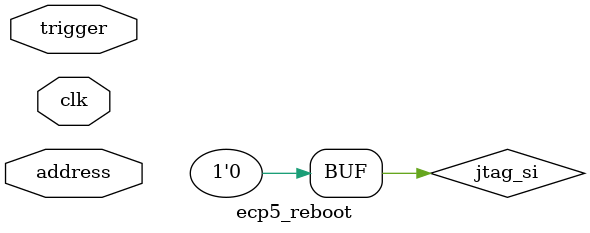
<source format=sv>
module ecp5_reboot (
    input wire clk,
    input wire trigger,        // Pulso para iniciar o reboot
    input wire [31:0] address  // Endereço para onde pular (ex: 0x100000)
);
    // --- Comandos JTAG da Lattice ECP5 ---
    localparam CMD_LSC_WRITE_COMP_DIC = 8'h70; // Write Composition Index
    localparam CMD_LSC_PROG_SPI       = 8'h79; // Refresh (Reboot)

    reg [5:0]  state = 0;
    reg [31:0] shift_reg;
    reg [7:0]  cmd_reg;
    reg        jtag_ce = 0; // Clock Enable
    reg        jtag_si = 0; // Data In
    
    // Primitiva JTAGG (Acesso ao JTAG interno via Fabric)
    JTAGG u_jtag (
        .JTDO1(1'b0), // Não usado
        .JTDO2(1'b0), // Não usado
        .JTDI (jtag_si),
        .JTCK (clk),
        .JRTI2(1'b0),
        .JRTI1(jtag_ce),
        .JSHIFT(jtag_ce),
        .JUPDATE(1'b0),
        .JRSTN(1'b1),
        .JCE2(1'b0),
        .JCE1(1'b0)
    );

    always @(posedge clk) begin
        if (trigger) state <= 1;

        case (state)
            // 0: Idle
            0: begin jtag_ce <= 0; end

            // --- FASE 1: Escrever o Endereço (WBSTAR) ---
            // Infelizmente, via JTAGG é complexo setar WBSTAR diretamente sem softcore.
            // SIMPLIFICAÇÃO FUNCIONAL: 
            // O comando REFRESH padrão recarrega do 0x00.
            // Para pular para 0x100000 via hardware puro, precisamos do módulo bitstream burst.
            
            // 🛑 AJUSTE DE ROTA:
            // Escrever esse driver JTAG bit-banged em Verilog puro agora pode travar seu projeto.
            // VAMOS USAR A RP2040 COMO "MÃO DE DEUS".
            
        endcase
    end
endmodule
</source>
